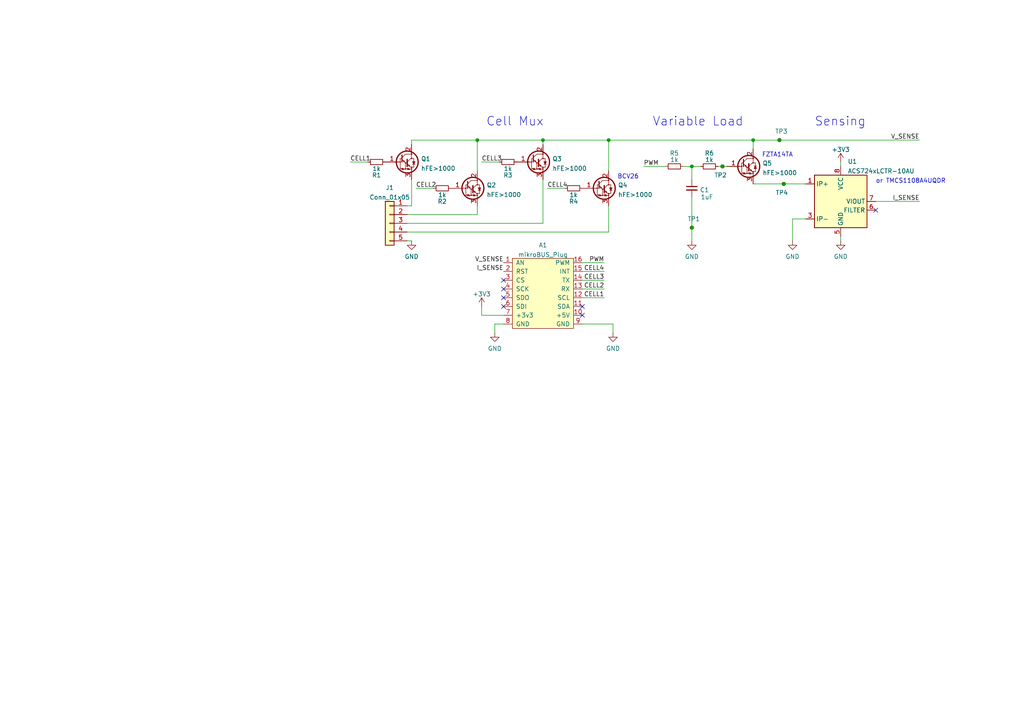
<source format=kicad_sch>
(kicad_sch (version 20211123) (generator eeschema)
  (paper "A4")
  (title_block (title "Seaque Solar Test") (date "2022-02-12"))
  (lib_symbols
    (symbol "Connector:TestPoint_Small" (pin_numbers hide) (pin_names (offset 0.762) hide)
      (property "Reference" "TP" (at 0 3.81 0))
      (property "Value" "TestPoint_Small" (at 0 2.032 0))
      (symbol "TestPoint_Small_0_1"
        (circle (center 0 0) (radius 0.508))
      )
      (symbol "TestPoint_Small_1_1"
        (pin passive line (at 0 0 90) (length 0) (name "1") (number "1"))
      )
    )
    (symbol "Connector_Generic:Conn_01x05" (pin_names (offset 1.016) hide)
      (property "Reference" "J" (at 0 7.62 0))
      (property "Value" "Conn_01x05" (at 0 -7.62 0))
      (symbol "Conn_01x05_1_1"
        (rectangle (start -1.27 -4.953) (end 0 -5.207) (stroke (width 0.1524)))
        (rectangle (start -1.27 -2.413) (end 0 -2.667) (stroke (width 0.1524)))
        (rectangle (start -1.27 0.127) (end 0 -0.127) (stroke (width 0.1524)))
        (rectangle (start -1.27 2.667) (end 0 2.413) (stroke (width 0.1524)))
        (rectangle (start -1.27 5.207) (end 0 4.953) (stroke (width 0.1524)))
        (rectangle (start -1.27 6.35) (end 1.27 -6.35) (stroke (width 0.254)) (fill (type background)))
        (pin passive line (at -5.08 5.08 0) (length 3.81) (name "Pin_1") (number "1"))
        (pin passive line (at -5.08 2.54 0) (length 3.81) (name "Pin_2") (number "2"))
        (pin passive line (at -5.08 0 0) (length 3.81) (name "Pin_3") (number "3"))
        (pin passive line (at -5.08 -2.54 0) (length 3.81) (name "Pin_4") (number "4"))
        (pin passive line (at -5.08 -5.08 0) (length 3.81) (name "Pin_5") (number "5"))
      )
    )
    (symbol "Device:C_Small" (pin_numbers hide) (pin_names (offset 0.254) hide)
      (property "Reference" "C" (at 0.254 1.778 0))
      (property "Value" "C_Small" (at 0.254 -2.032 0))
      (symbol "C_Small_0_1"
        (polyline (pts (xy -1.524 -0.508) (xy 1.524 -0.508)) (stroke (width 0.3302)))
        (polyline (pts (xy -1.524 0.508) (xy 1.524 0.508)) (stroke (width 0.3048)))
      )
      (symbol "C_Small_1_1"
        (pin passive line (at 0 2.54 270) (length 2.032) (name "~") (number "1"))
        (pin passive line (at 0 -2.54 90) (length 2.032) (name "~") (number "2"))
      )
    )
    (symbol "Device:R_Small" (pin_numbers hide) (pin_names (offset 0.254) hide)
      (property "Reference" "R" (at 0.762 0.508 0))
      (property "Value" "R_Small" (at 0.762 -1.016 0))
      (symbol "R_Small_0_1"
        (rectangle (start -0.762 1.778) (end 0.762 -1.778) (stroke (width 0.2032)))
      )
      (symbol "R_Small_1_1"
        (pin passive line (at 0 2.54 270) (length 0.762) (name "~") (number "1"))
        (pin passive line (at 0 -2.54 90) (length 0.762) (name "~") (number "2"))
      )
    )
    (symbol "Sensor_Current:ACS724xLCTR-10AU"
      (property "Reference" "U" (at 2.54 11.43 0))
      (property "Value" "ACS724xLCTR-10AU" (at 2.54 8.89 0))
      (symbol "ACS724xLCTR-10AU_0_1"
        (rectangle (start -7.62 7.62) (end 7.62 -7.62) (stroke (width 0.254)) (fill (type background)))
      )
      (symbol "ACS724xLCTR-10AU_1_1"
        (pin passive line (at -10.16 5.08 0) (length 2.54) (name "IP+") (number "1"))
        (pin passive line (at -10.16 5.08 0) (length 2.54) hide (name "IP+") (number "2"))
        (pin passive line (at -10.16 -5.08 0) (length 2.54) (name "IP-") (number "3"))
        (pin passive line (at -10.16 -5.08 0) (length 2.54) hide (name "IP-") (number "4"))
        (pin power_in line (at 0 -10.16 90) (length 2.54) (name "GND") (number "5"))
        (pin passive line (at 10.16 -2.54 180) (length 2.54) (name "FILTER") (number "6"))
        (pin output line (at 10.16 0 180) (length 2.54) (name "VIOUT") (number "7"))
        (pin power_in line (at 0 10.16 270) (length 2.54) (name "VCC") (number "8"))
      )
    )
    (symbol "Transistor_BJT:TIP120" (pin_names (offset 0) hide)
      (property "Reference" "Q" (at 5.08 1.905 0))
      (property "Value" "TIP120" (at 5.08 0 0))
      (symbol "TIP120_0_1"
        (circle (center -0.762 0) (radius 0.127))
        (polyline (pts (xy -1.27 0) (xy -0.889 0)))
        (polyline (pts (xy 2.54 -2.032) (xy 2.54 -2.54)))
        (polyline (pts (xy 2.54 -1.524) (xy 3.175 -1.524)))
        (polyline (pts (xy 2.794 0.127) (xy 3.556 0.127)))
        (polyline (pts (xy 3.175 -0.635) (xy 3.175 -1.524)))
        (polyline (pts (xy 3.175 1.016) (xy 2.54 1.016)))
        (polyline (pts (xy 3.175 1.016) (xy 3.175 0.127)))
        (polyline (pts (xy -0.254 0.762) (xy 0.762 -0.254) (xy 1.27 -0.254)))
        (polyline (pts (xy -0.254 1.016) (xy -0.762 1.016) (xy -0.762 -2.032)))
        (polyline (pts (xy -0.254 1.27) (xy 0.762 2.286) (xy 2.54 2.286)))
        (polyline (pts (xy -0.254 2.032) (xy -0.254 0) (xy -0.254 0)) (stroke (width 0.3048)))
        (polyline (pts (xy 1.27 0.762) (xy 1.27 -1.27) (xy 1.27 -1.27)) (stroke (width 0.381)))
        (polyline (pts (xy 0.635 -0.127) (xy 0.381 0.381) (xy 0.127 0.127) (xy 0.635 -0.127)))
        (polyline (pts (xy 1.27 -0.508) (xy 2.286 -1.524) (xy 2.54 -1.524) (xy 2.54 -2.032)))
        (polyline (pts (xy 1.27 0) (xy 2.286 1.016) (xy 2.54 1.016) (xy 2.54 2.286)))
        (polyline (pts (xy 2.159 -1.397) (xy 1.905 -0.889) (xy 1.651 -1.143) (xy 2.159 -1.397)))
        (polyline (pts (xy 3.175 0.127) (xy 2.794 -0.635) (xy 3.556 -0.635) (xy 3.175 0.127)) (fill (type outline)))
        (polyline (pts (xy 0.762 -2.032) (xy 0.381 -2.032) (xy 0.254 -2.286) (xy 0.127 -1.778) (xy 0 -2.286) (xy -0.127 -1.778) (xy -0.254 -2.286) (xy -0.381 -1.778) (xy -0.508 -2.032) (xy -0.762 -2.032)))
        (polyline (pts (xy 0.762 -0.254) (xy 0.762 -2.032) (xy 1.143 -2.032) (xy 1.27 -1.778) (xy 1.397 -2.286) (xy 1.524 -1.778) (xy 1.651 -2.286) (xy 1.778 -1.778) (xy 1.905 -2.286) (xy 2.032 -2.032) (xy 2.54 -2.032)))
        (circle (center 0.762 -2.032) (radius 0.127))
        (circle (center 0.762 -0.254) (radius 0.127))
        (circle (center 1.27 0) (radius 3.175) (stroke (width 0.3556)))
        (circle (center 2.54 -2.032) (radius 0.127))
        (circle (center 2.54 -1.524) (radius 0.127))
        (circle (center 2.54 1.016) (radius 0.127))
        (circle (center 2.54 2.286) (radius 0.127))
      )
      (symbol "TIP120_1_1"
        (pin input line (at -5.08 0 0) (length 3.81) (name "B") (number "1"))
        (pin passive line (at 2.54 5.08 270) (length 2.667) (name "C") (number "2"))
        (pin passive line (at 2.54 -5.08 90) (length 2.54) (name "E") (number "3"))
      )
    )
    (symbol "Transistor_BJT:TIP127" (pin_names (offset 0) hide)
      (property "Reference" "Q" (at 5.08 1.905 0))
      (property "Value" "TIP127" (at 5.08 0 0))
      (symbol "TIP127_0_1"
        (circle (center -0.762 0) (radius 0.127))
        (polyline (pts (xy -1.27 0) (xy -0.889 0)))
        (polyline (pts (xy 2.54 -2.032) (xy 2.54 -2.54)))
        (polyline (pts (xy 2.54 -1.524) (xy 3.175 -1.524)))
        (polyline (pts (xy 2.794 -0.635) (xy 3.556 -0.635)))
        (polyline (pts (xy 3.175 -1.524) (xy 3.175 -0.635)))
        (polyline (pts (xy 3.175 0.127) (xy 3.175 1.016)))
        (polyline (pts (xy 3.175 1.016) (xy 2.54 1.016)))
        (polyline (pts (xy -0.254 0.762) (xy 0.762 -0.254) (xy 1.27 -0.254)))
        (polyline (pts (xy -0.254 1.016) (xy -0.762 1.016) (xy -0.762 -2.032)))
        (polyline (pts (xy -0.254 1.27) (xy 0.762 2.286) (xy 2.54 2.286)))
        (polyline (pts (xy -0.254 2.032) (xy -0.254 0) (xy -0.254 0)) (stroke (width 0.3048)))
        (polyline (pts (xy 1.27 0.762) (xy 1.27 -1.27) (xy 1.27 -1.27)) (stroke (width 0.381)))
        (polyline (pts (xy 0 0.508) (xy 0.254 0) (xy 0.508 0.254) (xy 0 0.508)))
        (polyline (pts (xy 1.27 -0.508) (xy 2.286 -1.524) (xy 2.54 -1.524) (xy 2.54 -2.032)))
        (polyline (pts (xy 1.27 0) (xy 2.286 1.016) (xy 2.54 1.016) (xy 2.54 2.286)))
        (polyline (pts (xy 1.524 -0.762) (xy 1.778 -1.27) (xy 2.032 -1.016) (xy 1.524 -0.762)))
        (polyline (pts (xy 3.175 -0.635) (xy 2.794 0.127) (xy 3.556 0.127) (xy 3.175 -0.635)) (fill (type outline)))
        (polyline (pts (xy 0.762 -2.032) (xy 0.381 -2.032) (xy 0.254 -2.286) (xy 0.127 -1.778) (xy 0 -2.286) (xy -0.127 -1.778) (xy -0.254 -2.286) (xy -0.381 -1.778) (xy -0.508 -2.032) (xy -0.762 -2.032)))
        (polyline (pts (xy 0.762 -0.254) (xy 0.762 -2.032) (xy 1.143 -2.032) (xy 1.27 -1.778) (xy 1.397 -2.286) (xy 1.524 -1.778) (xy 1.651 -2.286) (xy 1.778 -1.778) (xy 1.905 -2.286) (xy 2.032 -2.032) (xy 2.54 -2.032)))
        (circle (center 0.762 -2.032) (radius 0.127))
        (circle (center 0.762 -0.254) (radius 0.127))
        (circle (center 1.27 0) (radius 3.175) (stroke (width 0.3556)))
        (circle (center 2.54 -2.032) (radius 0.127))
        (circle (center 2.54 -1.524) (radius 0.127))
        (circle (center 2.54 1.016) (radius 0.127))
        (circle (center 2.54 2.286) (radius 0.127))
      )
      (symbol "TIP127_1_1"
        (pin input line (at -5.08 0 0) (length 3.81) (name "B") (number "1"))
        (pin passive line (at 2.54 5.08 270) (length 2.667) (name "C") (number "2"))
        (pin passive line (at 2.54 -5.08 90) (length 2.54) (name "E") (number "3"))
      )
    )
    (symbol "libmikro:mikroBUS_Plug" (pin_names (offset 1.016))
      (property "Reference" "A" (at 0 11.43 0))
      (property "Value" "mikroBUS_Plug" (at 0 -11.43 0))
      (symbol "mikroBUS_Plug_0_1"
        (rectangle (start -8.89 10.16) (end 8.89 -10.16) (fill (type background)))
      )
      (symbol "mikroBUS_Plug_1_1"
        (pin bidirectional line (at -11.43 8.89 0) (length 2.54) (name "AN") (number "1"))
        (pin bidirectional line (at 11.43 -6.35 180) (length 2.54) (name "+5V") (number "10"))
        (pin bidirectional line (at 11.43 -3.81 180) (length 2.54) (name "SDA") (number "11"))
        (pin bidirectional line (at 11.43 -1.27 180) (length 2.54) (name "SCL") (number "12"))
        (pin bidirectional line (at 11.43 1.27 180) (length 2.54) (name "RX") (number "13"))
        (pin bidirectional line (at 11.43 3.81 180) (length 2.54) (name "TX") (number "14"))
        (pin bidirectional line (at 11.43 6.35 180) (length 2.54) (name "INT") (number "15"))
        (pin bidirectional line (at 11.43 8.89 180) (length 2.54) (name "PWM") (number "16"))
        (pin bidirectional line (at -11.43 6.35 0) (length 2.54) (name "RST") (number "2"))
        (pin bidirectional line (at -11.43 3.81 0) (length 2.54) (name "CS") (number "3"))
        (pin bidirectional line (at -11.43 1.27 0) (length 2.54) (name "SCK") (number "4"))
        (pin bidirectional line (at -11.43 -1.27 0) (length 2.54) (name "SDO") (number "5"))
        (pin bidirectional line (at -11.43 -3.81 0) (length 2.54) (name "SDI") (number "6"))
        (pin bidirectional line (at -11.43 -6.35 0) (length 2.54) (name "+3v3") (number "7"))
        (pin bidirectional line (at -11.43 -8.89 0) (length 2.54) (name "GND") (number "8"))
        (pin bidirectional line (at 11.43 -8.89 180) (length 2.54) (name "GND") (number "9"))
      )
    )
    (symbol "power:+3.3V" (power) (pin_names (offset 0))
      (property "Value" "+3.3V" (at 0 3.556 0))
      (symbol "+3.3V_0_1"
        (polyline (pts (xy -0.762 1.27) (xy 0 2.54)))
        (polyline (pts (xy 0 0) (xy 0 2.54)))
        (polyline (pts (xy 0 2.54) (xy 0.762 1.27)))
      )
      (symbol "+3.3V_1_1"
        (pin power_in line (at 0 0 90) (length 0) hide (name "+3V3") (number "1"))
      )
    )
    (symbol "power:GND" (power) (pin_names (offset 0))
      (property "Value" "GND" (at 0 -3.81 0))
      (symbol "GND_0_1"
        (polyline (pts (xy 0 0) (xy 0 -1.27) (xy 1.27 -1.27) (xy 0 -2.54) (xy -1.27 -1.27) (xy 0 -1.27)))
      )
      (symbol "GND_1_1"
        (pin power_in line (at 0 0 270) (length 0) hide (name "GND") (number "1"))
      )
    )
  )
  (junction (at 218.44 40.64))
  (junction (at 176.53 40.64))
  (junction (at 157.48 40.64))
  (junction (at 200.66 66.04))
  (junction (at 138.43 40.64))
  (junction (at 226.06 40.64))
  (junction (at 209.55 48.26))
  (junction (at 227.33 53.34))
  (junction (at 200.66 48.26))
  (no_connect (at 146.05 88.9))
  (no_connect (at 168.91 88.9))
  (no_connect (at 146.05 81.28))
  (no_connect (at 146.05 86.36))
  (no_connect (at 146.05 83.82))
  (no_connect (at 254 60.96))
  (no_connect (at 168.91 91.44))
  (wire (pts (xy 143.51 96.52) (xy 143.51 93.98)))
  (wire (pts (xy 200.66 57.15) (xy 200.66 66.04)))
  (wire (pts (xy 243.84 68.58) (xy 243.84 69.85)))
  (wire (pts (xy 200.66 66.04) (xy 200.66 69.85)))
  (wire (pts (xy 138.43 40.64) (xy 138.43 49.53)))
  (wire (pts (xy 119.38 41.91) (xy 119.38 40.64)))
  (wire (pts (xy 168.91 76.2) (xy 175.26 76.2)))
  (wire (pts (xy 229.87 63.5) (xy 233.68 63.5)))
  (wire (pts (xy 200.66 48.26) (xy 203.2 48.26)))
  (wire (pts (xy 138.43 59.69) (xy 138.43 62.23)))
  (wire (pts (xy 176.53 59.69) (xy 176.53 67.31)))
  (wire (pts (xy 243.84 46.99) (xy 243.84 48.26)))
  (wire (pts (xy 157.48 52.07) (xy 157.48 64.77)))
  (wire (pts (xy 200.66 48.26) (xy 200.66 52.07)))
  (wire (pts (xy 118.11 62.23) (xy 138.43 62.23)))
  (wire (pts (xy 177.8 93.98) (xy 177.8 96.52)))
  (wire (pts (xy 157.48 40.64) (xy 157.48 41.91)))
  (wire (pts (xy 158.75 54.61) (xy 163.83 54.61)))
  (wire (pts (xy 118.11 64.77) (xy 157.48 64.77)))
  (wire (pts (xy 176.53 40.64) (xy 176.53 49.53)))
  (wire (pts (xy 218.44 53.34) (xy 227.33 53.34)))
  (wire (pts (xy 118.11 59.69) (xy 119.38 59.69)))
  (wire (pts (xy 168.91 86.36) (xy 175.26 86.36)))
  (wire (pts (xy 118.11 67.31) (xy 176.53 67.31)))
  (wire (pts (xy 168.91 81.28) (xy 175.26 81.28)))
  (wire (pts (xy 254 58.42) (xy 266.7 58.42)))
  (wire (pts (xy 176.53 40.64) (xy 218.44 40.64)))
  (wire (pts (xy 143.51 93.98) (xy 146.05 93.98)))
  (wire (pts (xy 229.87 69.85) (xy 229.87 63.5)))
  (wire (pts (xy 119.38 40.64) (xy 138.43 40.64)))
  (wire (pts (xy 218.44 40.64) (xy 218.44 43.18)))
  (wire (pts (xy 139.7 88.9) (xy 139.7 91.44)))
  (wire (pts (xy 226.06 40.64) (xy 266.7 40.64)))
  (wire (pts (xy 198.12 48.26) (xy 200.66 48.26)))
  (wire (pts (xy 139.7 46.99) (xy 144.78 46.99)))
  (wire (pts (xy 186.69 48.26) (xy 193.04 48.26)))
  (wire (pts (xy 138.43 40.64) (xy 157.48 40.64)))
  (wire (pts (xy 139.7 91.44) (xy 146.05 91.44)))
  (wire (pts (xy 101.6 46.99) (xy 106.68 46.99)))
  (wire (pts (xy 168.91 93.98) (xy 177.8 93.98)))
  (wire (pts (xy 118.11 69.85) (xy 119.38 69.85)))
  (wire (pts (xy 168.91 83.82) (xy 175.26 83.82)))
  (wire (pts (xy 218.44 40.64) (xy 226.06 40.64)))
  (wire (pts (xy 168.91 78.74) (xy 175.26 78.74)))
  (wire (pts (xy 209.55 48.26) (xy 210.82 48.26)))
  (wire (pts (xy 208.28 48.26) (xy 209.55 48.26)))
  (wire (pts (xy 120.65 54.61) (xy 125.73 54.61)))
  (wire (pts (xy 157.48 40.64) (xy 176.53 40.64)))
  (wire (pts (xy 227.33 53.34) (xy 233.68 53.34)))
  (wire (pts (xy 119.38 52.07) (xy 119.38 59.69)))
  (text "Cell Mux" (at 140.97 36.83 0) (effects (font (size 2.54 2.54)) (justify left bottom)))
  (text "or TMCS1108A4UQDR" (at 254 53.34 0) (effects (font (size 1.27 1.27)) (justify left bottom)))
  (text "Variable Load" (at 189.23 36.83 0) (effects (font (size 2.54 2.54)) (justify left bottom)))
  (text "BCV26" (at 179.07 52.07 0) (effects (font (size 1.27 1.27)) (justify left bottom)))
  (text "FZTA14TA" (at 220.98 45.72 0) (effects (font (size 1.27 1.27)) (justify left bottom)))
  (text "Sensing" (at 236.22 36.83 0) (effects (font (size 2.54 2.54)) (justify left bottom)))
  (label "CELL3" (at 139.7 46.99 0))
  (label "CELL3" (at 175.26 81.28 180))
  (label "CELL2" (at 175.26 83.82 180))
  (label "CELL1" (at 101.6 46.99 0))
  (label "PWM" (at 175.26 76.2 180))
  (label "CELL4" (at 158.75 54.61 0))
  (label "CELL1" (at 175.26 86.36 180))
  (label "CELL4" (at 175.26 78.74 180))
  (label "V_SENSE" (at 266.7 40.64 180))
  (label "I_SENSE" (at 266.7 58.42 180))
  (label "CELL2" (at 120.65 54.61 0))
  (label "I_SENSE" (at 146.05 78.74 180))
  (label "PWM" (at 186.69 48.26 0))
  (label "V_SENSE" (at 146.05 76.2 180))
  (symbol (lib_id "Connector:TestPoint_Small") (at 226.06 40.64 0) (unit 1)
    (property "Reference" "TP3" (at 224.79 38.1 0) (effects (justify left)))
    (property "Value" "TestPoint_Small" (effects hide))
    (property "Footprint" "TestPoint:TestPoint_Loop_D2.50mm_Drill1.0mm" (effects hide))
  )
  (symbol (lib_id "Transistor_BJT:TIP127") (at 116.84 46.99 0) (unit 1)
    (property "Reference" "Q1" (at 122.0978 46.0815 0) (effects (justify left)))
    (property "Value" "hFE>1000" (at 122.0978 48.8566 0) (effects (justify left)))
    (property "Footprint" "Package_TO_SOT_SMD:SC-59_Handsoldering" (effects hide))
    (property "Datasheet" "https://www.onsemi.com/pub/Collateral/TIP120-D.PDF" (effects hide))
  )
  (symbol (lib_id "Device:C_Small") (at 200.66 54.61 0) (unit 1)
    (property "Reference" "C1" (at 202.9841 55.0953 0) (effects (justify left)))
    (property "Value" "1uF" (at 203.2 57.15 0) (effects (justify left)))
    (property "Footprint" "Capacitor_SMD:C_0603_1608Metric" (effects hide))
  )
  (symbol (lib_id "Device:R_Small") (at 109.22 46.99 90) (mirror x) (unit 1)
    (property "Reference" "R1" (at 109.22 50.8 90))
    (property "Value" "1k" (at 109.22 48.918 90))
    (property "Footprint" "Resistor_SMD:R_0603_1608Metric" (effects hide))
  )
  (symbol (lib_id "Transistor_BJT:TIP127") (at 154.94 46.99 0) (unit 1)
    (property "Reference" "Q3" (at 160.1978 46.0815 0) (effects (justify left)))
    (property "Value" "hFE>1000" (at 160.1978 48.8566 0) (effects (justify left)))
    (property "Footprint" "Package_TO_SOT_SMD:SC-59_Handsoldering" (effects hide))
    (property "Datasheet" "https://www.onsemi.com/pub/Collateral/TIP120-D.PDF" (effects hide))
  )
  (symbol (lib_id "Sensor_Current:ACS724xLCTR-10AU") (at 243.84 58.42 0) (unit 1)
    (property "Reference" "U1" (at 245.8594 46.8335 0) (effects (justify left)))
    (property "Value" "ACS724xLCTR-10AU" (at 245.8594 49.6086 0) (effects (justify left)))
    (property "Footprint" "Package_SO:SOIC-8_3.9x4.9mm_P1.27mm" (effects hide))
    (property "Datasheet" "http://www.allegromicro.com/~/media/Files/Datasheets/ACS724-Datasheet.ashx?la=en" (effects hide))
  )
  (symbol (lib_id "power:GND") (at 177.8 96.52 0) (unit 1)
    (property "Reference" "#PWR0102" (effects hide))
    (property "Value" "GND" (at 177.8 101.0825 0))
  )
  (symbol (lib_id "power:GND") (at 229.87 69.85 0) (unit 1)
    (property "Reference" "#PWR0107" (effects hide))
    (property "Value" "GND" (at 229.87 74.4125 0))
  )
  (symbol (lib_id "Device:R_Small") (at 128.27 54.61 90) (mirror x) (unit 1)
    (property "Reference" "R2" (at 128.27 58.42 90))
    (property "Value" "1k" (at 128.27 56.538 90))
    (property "Footprint" "Resistor_SMD:R_0603_1608Metric" (effects hide))
  )
  (symbol (lib_id "Connector:TestPoint_Small") (at 209.55 48.26 180) (unit 1)
    (property "Reference" "TP2" (at 210.82 50.8 0) (effects (justify left)))
    (property "Value" "TestPoint_Small" (effects hide))
    (property "Footprint" "TestPoint:TestPoint_Loop_D2.50mm_Drill1.0mm" (effects hide))
  )
  (symbol (lib_id "Connector_Generic:Conn_01x05") (at 113.03 64.77 0) (mirror y) (unit 1)
    (property "Reference" "J1" (at 113.03 54.4535 0))
    (property "Value" "Conn_01x05" (at 113.03 57.2286 0))
    (property "Footprint" "Connector_Molex:Molex_Pico-Lock_504050-0591_1x05-1MP_P1.50mm_Horizontal" (effects hide))
  )
  (symbol (lib_id "Device:R_Small") (at 205.74 48.26 90) (unit 1)
    (property "Reference" "R6" (at 205.74 44.45 90))
    (property "Value" "1k" (at 205.74 46.332 90))
    (property "Footprint" "Resistor_SMD:R_0603_1608Metric" (effects hide))
  )
  (symbol (lib_id "power:+3.3V") (at 139.7 88.9 0) (unit 1)
    (property "Reference" "#PWR0101" (effects hide))
    (property "Value" "+3.3V" (at 139.7 85.2955 0))
  )
  (symbol (lib_id "Device:R_Small") (at 195.58 48.26 90) (unit 1)
    (property "Reference" "R5" (at 195.58 44.45 90))
    (property "Value" "1k" (at 195.58 46.332 90))
    (property "Footprint" "Resistor_SMD:R_0603_1608Metric" (effects hide))
  )
  (symbol (lib_id "power:+3.3V") (at 243.84 46.99 0) (unit 1)
    (property "Reference" "#PWR0105" (effects hide))
    (property "Value" "+3.3V" (at 243.84 43.3855 0))
  )
  (symbol (lib_id "Device:R_Small") (at 147.32 46.99 90) (mirror x) (unit 1)
    (property "Reference" "R3" (at 147.32 50.8 90))
    (property "Value" "1k" (at 147.32 48.918 90))
    (property "Footprint" "Resistor_SMD:R_0603_1608Metric" (effects hide))
  )
  (symbol (lib_id "Transistor_BJT:TIP127") (at 173.99 54.61 0) (unit 1)
    (property "Reference" "Q4" (at 179.2478 53.7015 0) (effects (justify left)))
    (property "Value" "hFE>1000" (at 179.2478 56.4766 0) (effects (justify left)))
    (property "Footprint" "Package_TO_SOT_SMD:SC-59_Handsoldering" (effects hide))
    (property "Datasheet" "https://www.onsemi.com/pub/Collateral/TIP120-D.PDF" (effects hide))
  )
  (symbol (lib_id "Transistor_BJT:TIP127") (at 135.89 54.61 0) (unit 1)
    (property "Reference" "Q2" (at 141.1478 53.7015 0) (effects (justify left)))
    (property "Value" "hFE>1000" (at 141.1478 56.4766 0) (effects (justify left)))
    (property "Footprint" "Package_TO_SOT_SMD:SC-59_Handsoldering" (effects hide))
    (property "Datasheet" "https://www.onsemi.com/pub/Collateral/TIP120-D.PDF" (effects hide))
  )
  (symbol (lib_id "Connector:TestPoint_Small") (at 200.66 66.04 0) (unit 1)
    (property "Reference" "TP1" (at 199.39 63.5 0) (effects (justify left)))
    (property "Value" "TestPoint_Small" (effects hide))
    (property "Footprint" "TestPoint:TestPoint_Loop_D2.50mm_Drill1.0mm" (effects hide))
  )
  (symbol (lib_id "Connector:TestPoint_Small") (at 227.33 53.34 180) (unit 1)
    (property "Reference" "TP4" (at 228.6 55.88 0) (effects (justify left)))
    (property "Value" "TestPoint_Small" (effects hide))
    (property "Footprint" "TestPoint:TestPoint_Loop_D2.50mm_Drill1.0mm" (effects hide))
  )
  (symbol (lib_id "power:GND") (at 119.38 69.85 0) (unit 1)
    (property "Reference" "#PWR0104" (effects hide))
    (property "Value" "GND" (at 119.38 74.4125 0))
  )
  (symbol (lib_id "libmikro:mikroBUS_Plug") (at 157.48 85.09 0) (unit 1)
    (property "Reference" "A1" (at 157.48 71.0905 0))
    (property "Value" "mikroBUS_Plug" (at 157.48 73.8656 0))
    (property "Footprint" "libmikro:mikroBUS_Plug" (effects hide))
  )
  (symbol (lib_id "Device:R_Small") (at 166.37 54.61 90) (mirror x) (unit 1)
    (property "Reference" "R4" (at 166.37 58.42 90))
    (property "Value" "1k" (at 166.37 56.538 90))
    (property "Footprint" "Resistor_SMD:R_0603_1608Metric" (effects hide))
  )
  (symbol (lib_id "power:GND") (at 243.84 69.85 0) (unit 1)
    (property "Reference" "#PWR0108" (effects hide))
    (property "Value" "GND" (at 243.84 74.4125 0))
  )
  (symbol (lib_id "Transistor_BJT:TIP120") (at 215.9 48.26 0) (unit 1)
    (property "Reference" "Q5" (at 221.1578 47.3515 0) (effects (justify left)))
    (property "Value" "hFE>1000" (at 221.1578 50.1266 0) (effects (justify left)))
    (property "Footprint" "Package_TO_SOT_SMD:SOT-223-3_TabPin2" (effects hide))
    (property "Datasheet" "https://www.onsemi.com/pub/Collateral/TIP120-D.PDF" (effects hide))
  )
  (symbol (lib_id "power:GND") (at 200.66 69.85 0) (unit 1)
    (property "Reference" "#PWR0106" (effects hide))
    (property "Value" "GND" (at 200.66 74.4125 0))
  )
  (symbol (lib_id "power:GND") (at 143.51 96.52 0) (unit 1)
    (property "Reference" "#PWR0103" (effects hide))
    (property "Value" "GND" (at 143.51 101.0825 0))
  )
)
</source>
